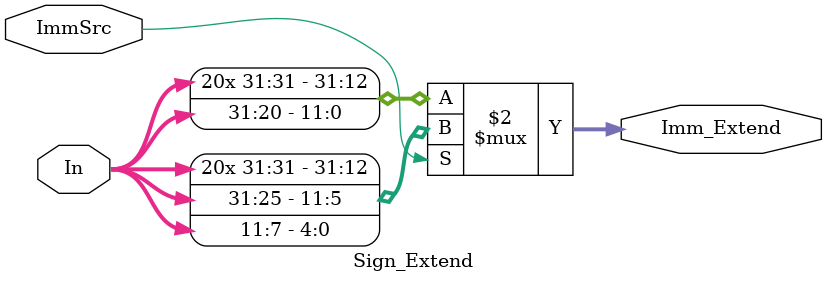
<source format=v>


module Sign_Extend(
    input [31:0] In,
    output[31:0] Imm_Extend,
    input ImmSrc
    );
    
    assign Imm_Extend = (ImmSrc == 1'b1) ?({{20{In[31]}},In[31:25],In[11:7]}):
                                          {{20{In[31]}},In[31:20]};
endmodule

</source>
